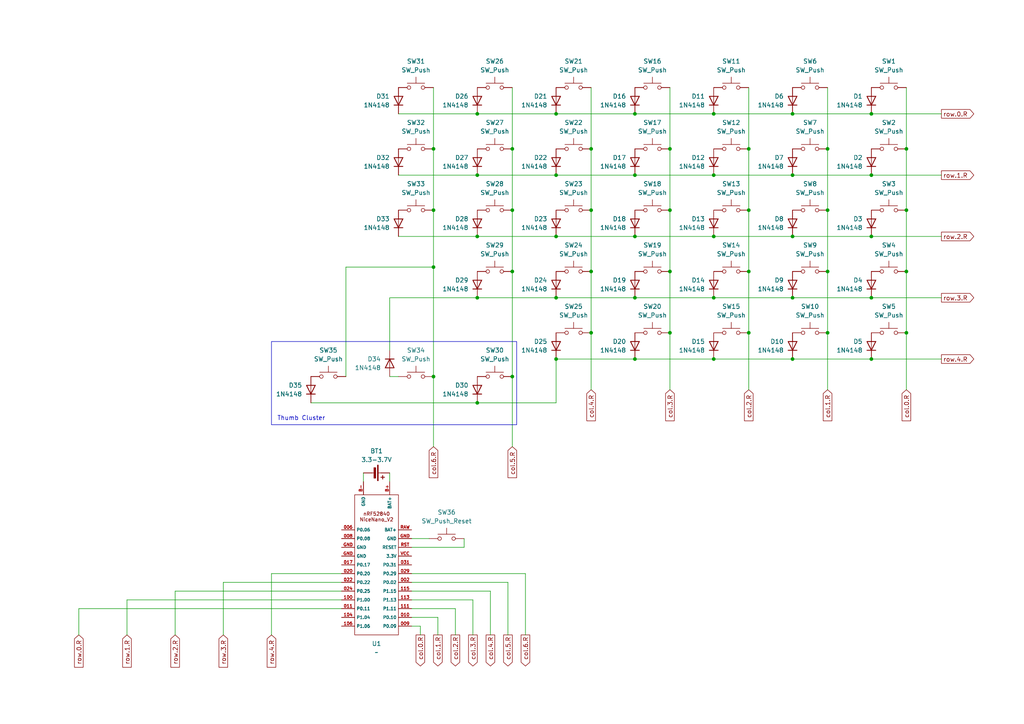
<source format=kicad_sch>
(kicad_sch (version 20250114) (generator "eeschema") (generator_version "9.0")
  (paper "A4")
  (lib_symbols
    (symbol "Device:Battery_Cell" (pin_numbers (hide yes)) (pin_names (offset 0) (hide yes))
      (property "Reference" "BT" (at 2.54 2.54 0))
      (property "Value" "Battery_Cell" (at 2.54 0 0))
      (symbol "Battery_Cell_0_1"
        (rectangle (start -2.286 1.778) (end 2.286 1.524) (fill (type outline)))
        (rectangle (start -1.524 1.016) (end 1.524 0.508) (fill (type outline)))
        (polyline (pts (xy 0 1.778) (xy 0 2.54)))
        (polyline (pts (xy 0 0.762) (xy 0 0)))
        (polyline (pts (xy 0.762 3.048) (xy 1.778 3.048)) (stroke (width 0.254)))
        (polyline (pts (xy 1.27 3.556) (xy 1.27 2.54)) (stroke (width 0.254)))
      )
      (symbol "Battery_Cell_1_1"
        (pin passive line (at 0 5.08 270) (length 2.54) (name "+") (number "1"))
        (pin passive line (at 0 -2.54 90) (length 2.54) (name "-") (number "2"))
      )
    )
    (symbol "Diode:1N4148" (pin_numbers (hide yes)) (pin_names (hide yes))
      (property "Reference" "D" (at 0 2.54 0))
      (property "Value" "1N4148" (at 0 -2.54 0))
      (symbol "1N4148_0_1"
        (polyline (pts (xy -1.27 1.27) (xy -1.27 -1.27)) (stroke (width 0.254)))
        (polyline (pts (xy 1.27 1.27) (xy 1.27 -1.27) (xy -1.27 0) (xy 1.27 1.27)) (stroke (width 0.254)))
        (polyline (pts (xy 1.27 0) (xy -1.27 0)))
      )
      (symbol "1N4148_1_1"
        (pin passive line (at -3.81 0 0) (length 2.54) (name "K") (number "1"))
        (pin passive line (at 3.81 0 180) (length 2.54) (name "A") (number "2"))
      )
    )
    (symbol "NiceNanoV2:NiceNanoV2" (in_bom no) (on_board no)
      (property "Reference" "U1" (at 0 -20.32 0))
      (symbol "NiceNanoV2_0_1"
        (rectangle (start -6.35 22.86) (end 6.35 -17.78))
      )
      (symbol "NiceNanoV2_1_1"
        (text "nRF52840\nNiceNano_V2" (at 0 16.51 0) (effects (font (size 1.016 1.016))))
        (pin bidirectional line (at -10.16 12.7 0) (length 3.81) (name "P0.06") (number "006"))
        (pin bidirectional line (at -10.16 10.16 0) (length 3.81) (name "P0.08") (number "008"))
        (pin power_out line (at -10.16 7.62 0) (length 3.81) (name "GND") (number "GND"))
        (pin power_out line (at -10.16 5.08 0) (length 3.81) (name "GND") (number "GND"))
        (pin bidirectional line (at -10.16 2.54 0) (length 3.81) (name "P0.17") (number "017"))
        (pin bidirectional line (at -10.16 0 0) (length 3.81) (name "P0.20") (number "020"))
        (pin bidirectional line (at -10.16 -2.54 0) (length 3.81) (name "P0.22") (number "022"))
        (pin bidirectional line (at -10.16 -5.08 0) (length 3.81) (name "P0.25") (number "024"))
        (pin bidirectional line (at -10.16 -7.62 0) (length 3.81) (name "P1.00") (number "100"))
        (pin bidirectional line (at -10.16 -10.16 0) (length 3.81) (name "P0.11") (number "011"))
        (pin bidirectional line (at -10.16 -12.7 0) (length 3.81) (name "P1.04") (number "104"))
        (pin bidirectional line (at -10.16 -15.24 0) (length 3.81) (name "P1.06") (number "106"))
        (pin power_out line (at -3.81 26.67 270) (length 3.81) (name "GND") (number "B-"))
        (pin power_in line (at 3.81 26.67 270) (length 3.81) (name "BAT+") (number "B+"))
        (pin power_in line (at 10.16 12.7 180) (length 3.81) (name "BAT+") (number "RAW"))
        (pin power_out line (at 10.16 10.16 180) (length 3.81) (name "GND") (number "GND"))
        (pin input line (at 10.16 7.62 180) (length 3.81) (name "RESET") (number "RST"))
        (pin power_in line (at 10.16 5.08 180) (length 3.81) (name "3.3V") (number "VCC"))
        (pin bidirectional line (at 10.16 2.54 180) (length 3.81) (name "P0.31") (number "031"))
        (pin bidirectional line (at 10.16 0 180) (length 3.81) (name "P0.29") (number "029"))
        (pin bidirectional line (at 10.16 -2.54 180) (length 3.81) (name "P0.02") (number "002"))
        (pin bidirectional line (at 10.16 -5.08 180) (length 3.81) (name "P1.15") (number "115"))
        (pin bidirectional line (at 10.16 -7.62 180) (length 3.81) (name "P1.13") (number "113"))
        (pin bidirectional line (at 10.16 -10.16 180) (length 3.81) (name "P1.11") (number "111"))
        (pin bidirectional line (at 10.16 -12.7 180) (length 3.81) (name "P0.10") (number "010"))
        (pin bidirectional line (at 10.16 -15.24 180) (length 3.81) (name "P0.09") (number "009"))
      )
    )
    (symbol "Switch:SW_Push" (pin_numbers (hide yes)) (pin_names (offset 1.016) (hide yes))
      (property "Reference" "SW" (at 1.27 2.54 0))
      (property "Value" "SW_Push" (at 0 -1.524 0))
      (symbol "SW_Push_0_1"
        (circle (center -2.032 0) (radius 0.508))
        (polyline (pts (xy 0 1.27) (xy 0 3.048)))
        (circle (center 2.032 0) (radius 0.508))
        (polyline (pts (xy 2.54 1.27) (xy -2.54 1.27)))
        (pin passive line (at -5.08 0 0) (length 2.54) (name "1") (number "1"))
        (pin passive line (at 5.08 0 180) (length 2.54) (name "2") (number "2"))
      )
    )
  )
  (rectangle (start 149.86 99.06) (end 78.74 123.19))
  (text "Thumb Cluster" (exclude_from_sim yes) (at 87.376 121.412 0) (effects (font (size 1.27 1.27))))
  (junction (at 148.59 109.22))
  (junction (at 207.01 50.8))
  (junction (at 207.01 33.02))
  (junction (at 138.43 116.84))
  (junction (at 161.29 68.58))
  (junction (at 262.89 43.18))
  (junction (at 240.03 78.74))
  (junction (at 138.43 86.36))
  (junction (at 252.73 104.14))
  (junction (at 184.15 68.58))
  (junction (at 161.29 86.36))
  (junction (at 262.89 96.52))
  (junction (at 207.01 86.36))
  (junction (at 229.87 86.36))
  (junction (at 184.15 86.36))
  (junction (at 229.87 33.02))
  (junction (at 138.43 33.02))
  (junction (at 229.87 104.14))
  (junction (at 125.73 77.47))
  (junction (at 138.43 68.58))
  (junction (at 217.17 43.18))
  (junction (at 217.17 60.96))
  (junction (at 138.43 50.8))
  (junction (at 207.01 104.14))
  (junction (at 148.59 43.18))
  (junction (at 161.29 33.02))
  (junction (at 184.15 50.8))
  (junction (at 262.89 60.96))
  (junction (at 171.45 43.18))
  (junction (at 240.03 43.18))
  (junction (at 171.45 60.96))
  (junction (at 229.87 50.8))
  (junction (at 161.29 50.8))
  (junction (at 240.03 96.52))
  (junction (at 240.03 60.96))
  (junction (at 125.73 109.22))
  (junction (at 252.73 33.02))
  (junction (at 161.29 104.14))
  (junction (at 184.15 104.14))
  (junction (at 229.87 68.58))
  (junction (at 125.73 43.18))
  (junction (at 194.31 96.52))
  (junction (at 194.31 78.74))
  (junction (at 194.31 43.18))
  (junction (at 125.73 60.96))
  (junction (at 252.73 50.8))
  (junction (at 262.89 78.74))
  (junction (at 184.15 33.02))
  (junction (at 194.31 60.96))
  (junction (at 252.73 68.58))
  (junction (at 217.17 96.52))
  (junction (at 217.17 78.74))
  (junction (at 252.73 86.36))
  (junction (at 148.59 78.74))
  (junction (at 148.59 60.96))
  (junction (at 171.45 78.74))
  (junction (at 207.01 68.58))
  (junction (at 171.45 96.52))
  (wire (pts (xy 148.59 109.22) (xy 148.59 129.54)))
  (wire (pts (xy 127 184.15) (xy 127 179.07)))
  (wire (pts (xy 252.73 33.02) (xy 229.87 33.02)))
  (wire (pts (xy 184.15 33.02) (xy 161.29 33.02)))
  (wire (pts (xy 50.8 171.45) (xy 99.06 171.45)))
  (wire (pts (xy 240.03 78.74) (xy 240.03 96.52)))
  (wire (pts (xy 229.87 68.58) (xy 207.01 68.58)))
  (wire (pts (xy 273.05 50.8) (xy 252.73 50.8)))
  (wire (pts (xy 171.45 25.4) (xy 171.45 43.18)))
  (wire (pts (xy 217.17 96.52) (xy 217.17 113.03)))
  (wire (pts (xy 240.03 96.52) (xy 240.03 113.03)))
  (wire (pts (xy 134.62 156.21) (xy 134.62 158.75)))
  (wire (pts (xy 161.29 104.14) (xy 161.29 116.84)))
  (wire (pts (xy 152.4 166.37) (xy 152.4 184.15)))
  (wire (pts (xy 78.74 166.37) (xy 99.06 166.37)))
  (wire (pts (xy 262.89 25.4) (xy 262.89 43.18)))
  (wire (pts (xy 161.29 50.8) (xy 138.43 50.8)))
  (wire (pts (xy 273.05 104.14) (xy 252.73 104.14)))
  (wire (pts (xy 132.08 184.15) (xy 132.08 176.53)))
  (wire (pts (xy 138.43 116.84) (xy 90.17 116.84)))
  (wire (pts (xy 207.01 33.02) (xy 184.15 33.02)))
  (wire (pts (xy 147.32 168.91) (xy 119.38 168.91)))
  (wire (pts (xy 113.03 137.16) (xy 113.03 139.7)))
  (wire (pts (xy 152.4 166.37) (xy 119.38 166.37)))
  (wire (pts (xy 124.46 156.21) (xy 119.38 156.21)))
  (wire (pts (xy 217.17 78.74) (xy 217.17 96.52)))
  (wire (pts (xy 113.03 86.36) (xy 113.03 101.6)))
  (wire (pts (xy 240.03 60.96) (xy 240.03 78.74)))
  (wire (pts (xy 148.59 25.4) (xy 148.59 43.18)))
  (wire (pts (xy 125.73 109.22) (xy 125.73 129.54)))
  (wire (pts (xy 184.15 68.58) (xy 161.29 68.58)))
  (wire (pts (xy 148.59 78.74) (xy 148.59 109.22)))
  (wire (pts (xy 115.57 109.22) (xy 113.03 109.22)))
  (wire (pts (xy 22.86 176.53) (xy 99.06 176.53)))
  (wire (pts (xy 207.01 68.58) (xy 184.15 68.58)))
  (wire (pts (xy 217.17 43.18) (xy 217.17 60.96)))
  (wire (pts (xy 194.31 25.4) (xy 194.31 43.18)))
  (wire (pts (xy 142.24 171.45) (xy 119.38 171.45)))
  (wire (pts (xy 105.41 137.16) (xy 105.41 139.7)))
  (wire (pts (xy 161.29 33.02) (xy 138.43 33.02)))
  (wire (pts (xy 184.15 86.36) (xy 161.29 86.36)))
  (wire (pts (xy 125.73 25.4) (xy 125.73 43.18)))
  (wire (pts (xy 64.77 168.91) (xy 64.77 184.15)))
  (wire (pts (xy 36.83 173.99) (xy 99.06 173.99)))
  (wire (pts (xy 125.73 77.47) (xy 125.73 109.22)))
  (wire (pts (xy 161.29 68.58) (xy 138.43 68.58)))
  (wire (pts (xy 184.15 104.14) (xy 161.29 104.14)))
  (wire (pts (xy 171.45 96.52) (xy 171.45 113.03)))
  (wire (pts (xy 100.33 77.47) (xy 100.33 109.22)))
  (wire (pts (xy 217.17 25.4) (xy 217.17 43.18)))
  (wire (pts (xy 125.73 43.18) (xy 125.73 60.96)))
  (wire (pts (xy 121.92 184.15) (xy 121.92 181.61)))
  (wire (pts (xy 147.32 184.15) (xy 147.32 168.91)))
  (wire (pts (xy 229.87 86.36) (xy 207.01 86.36)))
  (wire (pts (xy 229.87 104.14) (xy 207.01 104.14)))
  (wire (pts (xy 229.87 50.8) (xy 207.01 50.8)))
  (wire (pts (xy 273.05 33.02) (xy 252.73 33.02)))
  (wire (pts (xy 262.89 96.52) (xy 262.89 113.03)))
  (wire (pts (xy 64.77 168.91) (xy 99.06 168.91)))
  (wire (pts (xy 252.73 86.36) (xy 229.87 86.36)))
  (wire (pts (xy 161.29 86.36) (xy 138.43 86.36)))
  (wire (pts (xy 50.8 171.45) (xy 50.8 184.15)))
  (wire (pts (xy 171.45 43.18) (xy 171.45 60.96)))
  (wire (pts (xy 240.03 25.4) (xy 240.03 43.18)))
  (wire (pts (xy 184.15 50.8) (xy 161.29 50.8)))
  (wire (pts (xy 252.73 68.58) (xy 229.87 68.58)))
  (wire (pts (xy 240.03 43.18) (xy 240.03 60.96)))
  (wire (pts (xy 171.45 60.96) (xy 171.45 78.74)))
  (wire (pts (xy 207.01 86.36) (xy 184.15 86.36)))
  (wire (pts (xy 138.43 33.02) (xy 115.57 33.02)))
  (wire (pts (xy 194.31 96.52) (xy 194.31 113.03)))
  (wire (pts (xy 207.01 50.8) (xy 184.15 50.8)))
  (wire (pts (xy 137.16 173.99) (xy 119.38 173.99)))
  (wire (pts (xy 125.73 77.47) (xy 100.33 77.47)))
  (wire (pts (xy 262.89 60.96) (xy 262.89 78.74)))
  (wire (pts (xy 262.89 78.74) (xy 262.89 96.52)))
  (wire (pts (xy 138.43 68.58) (xy 115.57 68.58)))
  (wire (pts (xy 252.73 50.8) (xy 229.87 50.8)))
  (wire (pts (xy 148.59 60.96) (xy 148.59 78.74)))
  (wire (pts (xy 262.89 43.18) (xy 262.89 60.96)))
  (wire (pts (xy 194.31 60.96) (xy 194.31 78.74)))
  (wire (pts (xy 125.73 60.96) (xy 125.73 77.47)))
  (wire (pts (xy 217.17 60.96) (xy 217.17 78.74)))
  (wire (pts (xy 132.08 176.53) (xy 119.38 176.53)))
  (wire (pts (xy 194.31 43.18) (xy 194.31 60.96)))
  (wire (pts (xy 171.45 78.74) (xy 171.45 96.52)))
  (wire (pts (xy 194.31 78.74) (xy 194.31 96.52)))
  (wire (pts (xy 36.83 173.99) (xy 36.83 184.15)))
  (wire (pts (xy 273.05 68.58) (xy 252.73 68.58)))
  (wire (pts (xy 148.59 43.18) (xy 148.59 60.96)))
  (wire (pts (xy 161.29 116.84) (xy 138.43 116.84)))
  (wire (pts (xy 22.86 176.53) (xy 22.86 184.15)))
  (wire (pts (xy 137.16 184.15) (xy 137.16 173.99)))
  (wire (pts (xy 138.43 86.36) (xy 113.03 86.36)))
  (wire (pts (xy 121.92 181.61) (xy 119.38 181.61)))
  (wire (pts (xy 273.05 86.36) (xy 252.73 86.36)))
  (wire (pts (xy 138.43 50.8) (xy 115.57 50.8)))
  (wire (pts (xy 127 179.07) (xy 119.38 179.07)))
  (wire (pts (xy 78.74 166.37) (xy 78.74 184.15)))
  (wire (pts (xy 142.24 184.15) (xy 142.24 171.45)))
  (wire (pts (xy 229.87 33.02) (xy 207.01 33.02)))
  (wire (pts (xy 252.73 104.14) (xy 229.87 104.14)))
  (wire (pts (xy 119.38 158.75) (xy 134.62 158.75)))
  (wire (pts (xy 207.01 104.14) (xy 184.15 104.14)))
  (global_label "col.2.R" (shape input) (at 217.17 113.03 270) (property "Intersheetrefs" "${INTERSHEET_REFS}" (effects (hide yes))))
  (global_label "col.2.R" (shape output) (at 132.08 184.15 270) (property "Intersheetrefs" "${INTERSHEET_REFS}" (effects (hide yes))))
  (global_label "row.3.R" (shape output) (at 273.05 86.36 0) (property "Intersheetrefs" "${INTERSHEET_REFS}" (effects (hide yes))))
  (global_label "row.0.R" (shape input) (at 22.86 184.15 270) (property "Intersheetrefs" "${INTERSHEET_REFS}" (effects (hide yes))))
  (global_label "col.3.R" (shape input) (at 194.31 113.03 270) (property "Intersheetrefs" "${INTERSHEET_REFS}" (effects (hide yes))))
  (global_label "col.4.R" (shape input) (at 171.45 113.03 270) (property "Intersheetrefs" "${INTERSHEET_REFS}" (effects (hide yes))))
  (global_label "row.1.R" (shape input) (at 36.83 184.15 270) (property "Intersheetrefs" "${INTERSHEET_REFS}" (effects (hide yes))))
  (global_label "row.3.R" (shape input) (at 64.77 184.15 270) (property "Intersheetrefs" "${INTERSHEET_REFS}" (effects (hide yes))))
  (global_label "row.2.R" (shape output) (at 273.05 68.58 0) (property "Intersheetrefs" "${INTERSHEET_REFS}" (effects (hide yes))))
  (global_label "col.5.R" (shape output) (at 147.32 184.15 270) (property "Intersheetrefs" "${INTERSHEET_REFS}" (effects (hide yes))))
  (global_label "row.0.R" (shape output) (at 273.05 33.02 0) (property "Intersheetrefs" "${INTERSHEET_REFS}" (effects (hide yes))))
  (global_label "col.4.R" (shape output) (at 142.24 184.15 270) (property "Intersheetrefs" "${INTERSHEET_REFS}" (effects (hide yes))))
  (global_label "col.0.R" (shape input) (at 262.89 113.03 270) (property "Intersheetrefs" "${INTERSHEET_REFS}" (effects (hide yes))))
  (global_label "row.1.R" (shape output) (at 273.05 50.8 0) (property "Intersheetrefs" "${INTERSHEET_REFS}" (effects (hide yes))))
  (global_label "col.0.R" (shape output) (at 121.92 184.15 270) (property "Intersheetrefs" "${INTERSHEET_REFS}" (effects (hide yes))))
  (global_label "row.2.R" (shape input) (at 50.8 184.15 270) (property "Intersheetrefs" "${INTERSHEET_REFS}" (effects (hide yes))))
  (global_label "row.4.R" (shape input) (at 78.74 184.15 270) (property "Intersheetrefs" "${INTERSHEET_REFS}" (effects (hide yes))))
  (global_label "col.1.R" (shape output) (at 127 184.15 270) (property "Intersheetrefs" "${INTERSHEET_REFS}" (effects (hide yes))))
  (global_label "col.3.R" (shape output) (at 137.16 184.15 270) (property "Intersheetrefs" "${INTERSHEET_REFS}" (effects (hide yes))))
  (global_label "col.6.R" (shape input) (at 125.73 129.54 270) (property "Intersheetrefs" "${INTERSHEET_REFS}" (effects (hide yes))))
  (global_label "col.5.R" (shape input) (at 148.59 129.54 270) (property "Intersheetrefs" "${INTERSHEET_REFS}" (effects (hide yes))))
  (global_label "row.4.R" (shape output) (at 273.05 104.14 0) (property "Intersheetrefs" "${INTERSHEET_REFS}" (effects (hide yes))))
  (global_label "col.1.R" (shape input) (at 240.03 113.03 270) (property "Intersheetrefs" "${INTERSHEET_REFS}" (effects (hide yes))))
  (global_label "col.6.R" (shape output) (at 152.4 184.15 270) (property "Intersheetrefs" "${INTERSHEET_REFS}" (effects (hide yes))))
  (symbol (lib_id "Switch:SW_Push") (at 120.65 60.96 0) (mirror y) (unit 1)
    (property "Reference" "SW33" (at 120.65 53.34 0))
    (property "Value" "SW_Push" (at 120.65 55.88 0))
    (property "Footprint" "Button_Switch_Keyboard:SW_Cherry_MX_1.00u_PCB" (effects (hide yes)))
    (property "Description" "Push button switch, generic, two pins" (effects (hide yes)))
  )
  (symbol (lib_id "Switch:SW_Push") (at 257.81 60.96 0) (mirror y) (unit 1)
    (property "Reference" "SW3" (at 257.81 53.34 0))
    (property "Value" "SW_Push" (at 257.81 55.88 0))
    (property "Footprint" "Button_Switch_Keyboard:SW_Cherry_MX_1.00u_PCB" (effects (hide yes)))
    (property "Description" "Push button switch, generic, two pins" (effects (hide yes)))
  )
  (symbol (lib_id "Diode:1N4148") (at 138.43 82.55 270) (mirror x) (unit 1)
    (property "Reference" "D29" (at 135.89 81.2799 90) (effects (justify right)))
    (property "Value" "1N4148" (at 135.89 83.8199 90) (effects (justify right)))
    (property "Footprint" "Diode_SMD:D_1206_3216Metric" (effects (hide yes)))
    (property "Datasheet" "https://assets.nexperia.com/documents/data-sheet/1N4148_1N4448.pdf" (effects (hide yes)))
    (property "Description" "100V 0.15A standard switching diode, DO-35" (effects (hide yes)))
    (property "Sim.Device" "D" (effects (hide yes)))
    (property "Sim.Pins" "1=K 2=A" (effects (hide yes)))
  )
  (symbol (lib_id "Diode:1N4148") (at 207.01 100.33 270) (mirror x) (unit 1)
    (property "Reference" "D15" (at 204.47 99.0599 90) (effects (justify right)))
    (property "Value" "1N4148" (at 204.47 101.5999 90) (effects (justify right)))
    (property "Footprint" "Diode_SMD:D_1206_3216Metric" (effects (hide yes)))
    (property "Datasheet" "https://assets.nexperia.com/documents/data-sheet/1N4148_1N4448.pdf" (effects (hide yes)))
    (property "Description" "100V 0.15A standard switching diode, DO-35" (effects (hide yes)))
    (property "Sim.Device" "D" (effects (hide yes)))
    (property "Sim.Pins" "1=K 2=A" (effects (hide yes)))
  )
  (symbol (lib_id "Diode:1N4148") (at 138.43 64.77 270) (mirror x) (unit 1)
    (property "Reference" "D28" (at 135.89 63.4999 90) (effects (justify right)))
    (property "Value" "1N4148" (at 135.89 66.0399 90) (effects (justify right)))
    (property "Footprint" "Diode_SMD:D_1206_3216Metric" (effects (hide yes)))
    (property "Datasheet" "https://assets.nexperia.com/documents/data-sheet/1N4148_1N4448.pdf" (effects (hide yes)))
    (property "Description" "100V 0.15A standard switching diode, DO-35" (effects (hide yes)))
    (property "Sim.Device" "D" (effects (hide yes)))
    (property "Sim.Pins" "1=K 2=A" (effects (hide yes)))
  )
  (symbol (lib_id "Switch:SW_Push") (at 212.09 60.96 0) (mirror y) (unit 1)
    (property "Reference" "SW13" (at 212.09 53.34 0))
    (property "Value" "SW_Push" (at 212.09 55.88 0))
    (property "Footprint" "Button_Switch_Keyboard:SW_Cherry_MX_1.00u_PCB" (effects (hide yes)))
    (property "Description" "Push button switch, generic, two pins" (effects (hide yes)))
  )
  (symbol (lib_id "Diode:1N4148") (at 138.43 46.99 270) (mirror x) (unit 1)
    (property "Reference" "D27" (at 135.89 45.7199 90) (effects (justify right)))
    (property "Value" "1N4148" (at 135.89 48.2599 90) (effects (justify right)))
    (property "Footprint" "Diode_SMD:D_1206_3216Metric" (effects (hide yes)))
    (property "Datasheet" "https://assets.nexperia.com/documents/data-sheet/1N4148_1N4448.pdf" (effects (hide yes)))
    (property "Description" "100V 0.15A standard switching diode, DO-35" (effects (hide yes)))
    (property "Sim.Device" "D" (effects (hide yes)))
    (property "Sim.Pins" "1=K 2=A" (effects (hide yes)))
  )
  (symbol (lib_id "Switch:SW_Push") (at 189.23 60.96 0) (mirror y) (unit 1)
    (property "Reference" "SW18" (at 189.23 53.34 0))
    (property "Value" "SW_Push" (at 189.23 55.88 0))
    (property "Footprint" "Button_Switch_Keyboard:SW_Cherry_MX_1.00u_PCB" (effects (hide yes)))
    (property "Description" "Push button switch, generic, two pins" (effects (hide yes)))
  )
  (symbol (lib_id "Diode:1N4148") (at 229.87 29.21 270) (mirror x) (unit 1)
    (property "Reference" "D6" (at 227.33 27.9399 90) (effects (justify right)))
    (property "Value" "1N4148" (at 227.33 30.4799 90) (effects (justify right)))
    (property "Footprint" "Diode_SMD:D_1206_3216Metric" (effects (hide yes)))
    (property "Datasheet" "https://assets.nexperia.com/documents/data-sheet/1N4148_1N4448.pdf" (effects (hide yes)))
    (property "Description" "100V 0.15A standard switching diode, DO-35" (effects (hide yes)))
    (property "Sim.Device" "D" (effects (hide yes)))
    (property "Sim.Pins" "1=K 2=A" (effects (hide yes)))
  )
  (symbol (lib_id "Diode:1N4148") (at 161.29 46.99 270) (mirror x) (unit 1)
    (property "Reference" "D22" (at 158.75 45.7199 90) (effects (justify right)))
    (property "Value" "1N4148" (at 158.75 48.2599 90) (effects (justify right)))
    (property "Footprint" "Diode_SMD:D_1206_3216Metric" (effects (hide yes)))
    (property "Datasheet" "https://assets.nexperia.com/documents/data-sheet/1N4148_1N4448.pdf" (effects (hide yes)))
    (property "Description" "100V 0.15A standard switching diode, DO-35" (effects (hide yes)))
    (property "Sim.Device" "D" (effects (hide yes)))
    (property "Sim.Pins" "1=K 2=A" (effects (hide yes)))
  )
  (symbol (lib_id "Switch:SW_Push") (at 166.37 96.52 0) (mirror y) (unit 1)
    (property "Reference" "SW25" (at 166.37 88.9 0))
    (property "Value" "SW_Push" (at 166.37 91.44 0))
    (property "Footprint" "Button_Switch_Keyboard:SW_Cherry_MX_1.00u_PCB" (effects (hide yes)))
    (property "Description" "Push button switch, generic, two pins" (effects (hide yes)))
  )
  (symbol (lib_id "Switch:SW_Push") (at 189.23 43.18 0) (mirror y) (unit 1)
    (property "Reference" "SW17" (at 189.23 35.56 0))
    (property "Value" "SW_Push" (at 189.23 38.1 0))
    (property "Footprint" "Button_Switch_Keyboard:SW_Cherry_MX_1.00u_PCB" (effects (hide yes)))
    (property "Description" "Push button switch, generic, two pins" (effects (hide yes)))
  )
  (symbol (lib_id "Diode:1N4148") (at 184.15 64.77 270) (mirror x) (unit 1)
    (property "Reference" "D18" (at 181.61 63.4999 90) (effects (justify right)))
    (property "Value" "1N4148" (at 181.61 66.0399 90) (effects (justify right)))
    (property "Footprint" "Diode_SMD:D_1206_3216Metric" (effects (hide yes)))
    (property "Datasheet" "https://assets.nexperia.com/documents/data-sheet/1N4148_1N4448.pdf" (effects (hide yes)))
    (property "Description" "100V 0.15A standard switching diode, DO-35" (effects (hide yes)))
    (property "Sim.Device" "D" (effects (hide yes)))
    (property "Sim.Pins" "1=K 2=A" (effects (hide yes)))
  )
  (symbol (lib_id "Switch:SW_Push") (at 257.81 25.4 0) (mirror y) (unit 1)
    (property "Reference" "SW1" (at 257.81 17.78 0))
    (property "Value" "SW_Push" (at 257.81 20.32 0))
    (property "Footprint" "Button_Switch_Keyboard:SW_Cherry_MX_1.00u_PCB" (effects (hide yes)))
    (property "Description" "Push button switch, generic, two pins" (effects (hide yes)))
  )
  (symbol (lib_id "Diode:1N4148") (at 90.17 113.03 270) (mirror x) (unit 1)
    (property "Reference" "D35" (at 87.63 111.7599 90) (effects (justify right)))
    (property "Value" "1N4148" (at 87.63 114.2999 90) (effects (justify right)))
    (property "Footprint" "Diode_SMD:D_1206_3216Metric" (effects (hide yes)))
    (property "Datasheet" "https://assets.nexperia.com/documents/data-sheet/1N4148_1N4448.pdf" (effects (hide yes)))
    (property "Description" "100V 0.15A standard switching diode, DO-35" (effects (hide yes)))
    (property "Sim.Device" "D" (effects (hide yes)))
    (property "Sim.Pins" "1=K 2=A" (effects (hide yes)))
  )
  (symbol (lib_id "Switch:SW_Push") (at 234.95 78.74 0) (mirror y) (unit 1)
    (property "Reference" "SW9" (at 234.95 71.12 0))
    (property "Value" "SW_Push" (at 234.95 73.66 0))
    (property "Footprint" "Button_Switch_Keyboard:SW_Cherry_MX_1.00u_PCB" (effects (hide yes)))
    (property "Description" "Push button switch, generic, two pins" (effects (hide yes)))
  )
  (symbol (lib_id "Switch:SW_Push") (at 129.54 156.21 0) (unit 1)
    (property "Reference" "SW36" (at 129.54 148.59 0))
    (property "Value" "SW_Push_Reset" (at 129.54 151.13 0))
    (property "Footprint" "Button_Switch_SMD:SW_SPST_B3U-1000P" (effects (hide yes)))
    (property "Description" "Push button switch, generic, two pins" (effects (hide yes)))
  )
  (symbol (lib_id "Diode:1N4148") (at 207.01 64.77 270) (mirror x) (unit 1)
    (property "Reference" "D13" (at 204.47 63.4999 90) (effects (justify right)))
    (property "Value" "1N4148" (at 204.47 66.0399 90) (effects (justify right)))
    (property "Footprint" "Diode_SMD:D_1206_3216Metric" (effects (hide yes)))
    (property "Datasheet" "https://assets.nexperia.com/documents/data-sheet/1N4148_1N4448.pdf" (effects (hide yes)))
    (property "Description" "100V 0.15A standard switching diode, DO-35" (effects (hide yes)))
    (property "Sim.Device" "D" (effects (hide yes)))
    (property "Sim.Pins" "1=K 2=A" (effects (hide yes)))
  )
  (symbol (lib_id "Diode:1N4148") (at 161.29 82.55 270) (mirror x) (unit 1)
    (property "Reference" "D24" (at 158.75 81.2799 90) (effects (justify right)))
    (property "Value" "1N4148" (at 158.75 83.8199 90) (effects (justify right)))
    (property "Footprint" "Diode_SMD:D_1206_3216Metric" (effects (hide yes)))
    (property "Datasheet" "https://assets.nexperia.com/documents/data-sheet/1N4148_1N4448.pdf" (effects (hide yes)))
    (property "Description" "100V 0.15A standard switching diode, DO-35" (effects (hide yes)))
    (property "Sim.Device" "D" (effects (hide yes)))
    (property "Sim.Pins" "1=K 2=A" (effects (hide yes)))
  )
  (symbol (lib_id "Diode:1N4148") (at 229.87 64.77 270) (mirror x) (unit 1)
    (property "Reference" "D8" (at 227.33 63.4999 90) (effects (justify right)))
    (property "Value" "1N4148" (at 227.33 66.0399 90) (effects (justify right)))
    (property "Footprint" "Diode_SMD:D_1206_3216Metric" (effects (hide yes)))
    (property "Datasheet" "https://assets.nexperia.com/documents/data-sheet/1N4148_1N4448.pdf" (effects (hide yes)))
    (property "Description" "100V 0.15A standard switching diode, DO-35" (effects (hide yes)))
    (property "Sim.Device" "D" (effects (hide yes)))
    (property "Sim.Pins" "1=K 2=A" (effects (hide yes)))
  )
  (symbol (lib_id "Diode:1N4148") (at 113.03 105.41 90) (mirror x) (unit 1)
    (property "Reference" "D34" (at 110.49 104.1399 90) (effects (justify left)))
    (property "Value" "1N4148" (at 110.49 106.6799 90) (effects (justify left)))
    (property "Footprint" "Diode_SMD:D_1206_3216Metric" (effects (hide yes)))
    (property "Datasheet" "https://assets.nexperia.com/documents/data-sheet/1N4148_1N4448.pdf" (effects (hide yes)))
    (property "Description" "100V 0.15A standard switching diode, DO-35" (effects (hide yes)))
    (property "Sim.Device" "D" (effects (hide yes)))
    (property "Sim.Pins" "1=K 2=A" (effects (hide yes)))
  )
  (symbol (lib_id "Switch:SW_Push") (at 189.23 25.4 0) (mirror y) (unit 1)
    (property "Reference" "SW16" (at 189.23 17.78 0))
    (property "Value" "SW_Push" (at 189.23 20.32 0))
    (property "Footprint" "Button_Switch_Keyboard:SW_Cherry_MX_1.00u_PCB" (effects (hide yes)))
    (property "Description" "Push button switch, generic, two pins" (effects (hide yes)))
  )
  (symbol (lib_id "Switch:SW_Push") (at 120.65 43.18 0) (mirror y) (unit 1)
    (property "Reference" "SW32" (at 120.65 35.56 0))
    (property "Value" "SW_Push" (at 120.65 38.1 0))
    (property "Footprint" "Button_Switch_Keyboard:SW_Cherry_MX_1.00u_PCB" (effects (hide yes)))
    (property "Description" "Push button switch, generic, two pins" (effects (hide yes)))
  )
  (symbol (lib_id "Diode:1N4148") (at 184.15 29.21 270) (mirror x) (unit 1)
    (property "Reference" "D16" (at 181.61 27.9399 90) (effects (justify right)))
    (property "Value" "1N4148" (at 181.61 30.4799 90) (effects (justify right)))
    (property "Footprint" "Diode_SMD:D_1206_3216Metric" (effects (hide yes)))
    (property "Datasheet" "https://assets.nexperia.com/documents/data-sheet/1N4148_1N4448.pdf" (effects (hide yes)))
    (property "Description" "100V 0.15A standard switching diode, DO-35" (effects (hide yes)))
    (property "Sim.Device" "D" (effects (hide yes)))
    (property "Sim.Pins" "1=K 2=A" (effects (hide yes)))
  )
  (symbol (lib_id "Diode:1N4148") (at 252.73 29.21 270) (mirror x) (unit 1)
    (property "Reference" "D1" (at 250.19 27.9399 90) (effects (justify right)))
    (property "Value" "1N4148" (at 250.19 30.4799 90) (effects (justify right)))
    (property "Footprint" "Diode_SMD:D_1206_3216Metric" (effects (hide yes)))
    (property "Datasheet" "https://assets.nexperia.com/documents/data-sheet/1N4148_1N4448.pdf" (effects (hide yes)))
    (property "Description" "100V 0.15A standard switching diode, DO-35" (effects (hide yes)))
    (property "Sim.Device" "D" (effects (hide yes)))
    (property "Sim.Pins" "1=K 2=A" (effects (hide yes)))
  )
  (symbol (lib_id "Diode:1N4148") (at 252.73 100.33 270) (mirror x) (unit 1)
    (property "Reference" "D5" (at 250.19 99.0599 90) (effects (justify right)))
    (property "Value" "1N4148" (at 250.19 101.5999 90) (effects (justify right)))
    (property "Footprint" "Diode_SMD:D_1206_3216Metric" (effects (hide yes)))
    (property "Datasheet" "https://assets.nexperia.com/documents/data-sheet/1N4148_1N4448.pdf" (effects (hide yes)))
    (property "Description" "100V 0.15A standard switching diode, DO-35" (effects (hide yes)))
    (property "Sim.Device" "D" (effects (hide yes)))
    (property "Sim.Pins" "1=K 2=A" (effects (hide yes)))
  )
  (symbol (lib_id "Switch:SW_Push") (at 143.51 109.22 0) (mirror y) (unit 1)
    (property "Reference" "SW30" (at 143.51 101.6 0))
    (property "Value" "SW_Push" (at 143.51 104.14 0))
    (property "Footprint" "Button_Switch_Keyboard:SW_Cherry_MX_1.00u_PCB" (effects (hide yes)))
    (property "Description" "Push button switch, generic, two pins" (effects (hide yes)))
  )
  (symbol (lib_id "Switch:SW_Push") (at 143.51 78.74 0) (mirror y) (unit 1)
    (property "Reference" "SW29" (at 143.51 71.12 0))
    (property "Value" "SW_Push" (at 143.51 73.66 0))
    (property "Footprint" "Button_Switch_Keyboard:SW_Cherry_MX_1.00u_PCB" (effects (hide yes)))
    (property "Description" "Push button switch, generic, two pins" (effects (hide yes)))
  )
  (symbol (lib_id "Switch:SW_Push") (at 166.37 25.4 0) (mirror y) (unit 1)
    (property "Reference" "SW21" (at 166.37 17.78 0))
    (property "Value" "SW_Push" (at 166.37 20.32 0))
    (property "Footprint" "Button_Switch_Keyboard:SW_Cherry_MX_1.00u_PCB" (effects (hide yes)))
    (property "Description" "Push button switch, generic, two pins" (effects (hide yes)))
  )
  (symbol (lib_id "Switch:SW_Push") (at 189.23 96.52 0) (mirror y) (unit 1)
    (property "Reference" "SW20" (at 189.23 88.9 0))
    (property "Value" "SW_Push" (at 189.23 91.44 0))
    (property "Footprint" "Button_Switch_Keyboard:SW_Cherry_MX_1.00u_PCB" (effects (hide yes)))
    (property "Description" "Push button switch, generic, two pins" (effects (hide yes)))
  )
  (symbol (lib_id "Diode:1N4148") (at 207.01 46.99 270) (mirror x) (unit 1)
    (property "Reference" "D12" (at 204.47 45.7199 90) (effects (justify right)))
    (property "Value" "1N4148" (at 204.47 48.2599 90) (effects (justify right)))
    (property "Footprint" "Diode_SMD:D_1206_3216Metric" (effects (hide yes)))
    (property "Datasheet" "https://assets.nexperia.com/documents/data-sheet/1N4148_1N4448.pdf" (effects (hide yes)))
    (property "Description" "100V 0.15A standard switching diode, DO-35" (effects (hide yes)))
    (property "Sim.Device" "D" (effects (hide yes)))
    (property "Sim.Pins" "1=K 2=A" (effects (hide yes)))
  )
  (symbol (lib_id "Switch:SW_Push") (at 212.09 25.4 0) (mirror y) (unit 1)
    (property "Reference" "SW11" (at 212.09 17.78 0))
    (property "Value" "SW_Push" (at 212.09 20.32 0))
    (property "Footprint" "Button_Switch_Keyboard:SW_Cherry_MX_1.00u_PCB" (effects (hide yes)))
    (property "Description" "Push button switch, generic, two pins" (effects (hide yes)))
  )
  (symbol (lib_id "NiceNanoV2:NiceNanoV2") (at 109.22 166.37 0) (unit 1) (in_bom no) (on_board no)
    (property "Reference" "U1" (at 109.22 186.69 0))
    (property "Value" "~" (at 109.22 189.23 0))
  )
  (symbol (lib_id "Switch:SW_Push") (at 143.51 60.96 0) (mirror y) (unit 1)
    (property "Reference" "SW28" (at 143.51 53.34 0))
    (property "Value" "SW_Push" (at 143.51 55.88 0))
    (property "Footprint" "Button_Switch_Keyboard:SW_Cherry_MX_1.00u_PCB" (effects (hide yes)))
    (property "Description" "Push button switch, generic, two pins" (effects (hide yes)))
  )
  (symbol (lib_id "Switch:SW_Push") (at 212.09 43.18 0) (mirror y) (unit 1)
    (property "Reference" "SW12" (at 212.09 35.56 0))
    (property "Value" "SW_Push" (at 212.09 38.1 0))
    (property "Footprint" "Button_Switch_Keyboard:SW_Cherry_MX_1.00u_PCB" (effects (hide yes)))
    (property "Description" "Push button switch, generic, two pins" (effects (hide yes)))
  )
  (symbol (lib_id "Diode:1N4148") (at 161.29 64.77 270) (mirror x) (unit 1)
    (property "Reference" "D23" (at 158.75 63.4999 90) (effects (justify right)))
    (property "Value" "1N4148" (at 158.75 66.0399 90) (effects (justify right)))
    (property "Footprint" "Diode_SMD:D_1206_3216Metric" (effects (hide yes)))
    (property "Datasheet" "https://assets.nexperia.com/documents/data-sheet/1N4148_1N4448.pdf" (effects (hide yes)))
    (property "Description" "100V 0.15A standard switching diode, DO-35" (effects (hide yes)))
    (property "Sim.Device" "D" (effects (hide yes)))
    (property "Sim.Pins" "1=K 2=A" (effects (hide yes)))
  )
  (symbol (lib_id "Diode:1N4148") (at 207.01 29.21 270) (mirror x) (unit 1)
    (property "Reference" "D11" (at 204.47 27.9399 90) (effects (justify right)))
    (property "Value" "1N4148" (at 204.47 30.4799 90) (effects (justify right)))
    (property "Footprint" "Diode_SMD:D_1206_3216Metric" (effects (hide yes)))
    (property "Datasheet" "https://assets.nexperia.com/documents/data-sheet/1N4148_1N4448.pdf" (effects (hide yes)))
    (property "Description" "100V 0.15A standard switching diode, DO-35" (effects (hide yes)))
    (property "Sim.Device" "D" (effects (hide yes)))
    (property "Sim.Pins" "1=K 2=A" (effects (hide yes)))
  )
  (symbol (lib_id "Diode:1N4148") (at 161.29 29.21 270) (mirror x) (unit 1)
    (property "Reference" "D21" (at 158.75 27.9399 90) (effects (justify right)))
    (property "Value" "1N4148" (at 158.75 30.4799 90) (effects (justify right)))
    (property "Footprint" "Diode_SMD:D_1206_3216Metric" (effects (hide yes)))
    (property "Datasheet" "https://assets.nexperia.com/documents/data-sheet/1N4148_1N4448.pdf" (effects (hide yes)))
    (property "Description" "100V 0.15A standard switching diode, DO-35" (effects (hide yes)))
    (property "Sim.Device" "D" (effects (hide yes)))
    (property "Sim.Pins" "1=K 2=A" (effects (hide yes)))
  )
  (symbol (lib_id "Diode:1N4148") (at 184.15 100.33 270) (mirror x) (unit 1)
    (property "Reference" "D20" (at 181.61 99.0599 90) (effects (justify right)))
    (property "Value" "1N4148" (at 181.61 101.5999 90) (effects (justify right)))
    (property "Footprint" "Diode_SMD:D_1206_3216Metric" (effects (hide yes)))
    (property "Datasheet" "https://assets.nexperia.com/documents/data-sheet/1N4148_1N4448.pdf" (effects (hide yes)))
    (property "Description" "100V 0.15A standard switching diode, DO-35" (effects (hide yes)))
    (property "Sim.Device" "D" (effects (hide yes)))
    (property "Sim.Pins" "1=K 2=A" (effects (hide yes)))
  )
  (symbol (lib_id "Switch:SW_Push") (at 212.09 78.74 0) (mirror y) (unit 1)
    (property "Reference" "SW14" (at 212.09 71.12 0))
    (property "Value" "SW_Push" (at 212.09 73.66 0))
    (property "Footprint" "Button_Switch_Keyboard:SW_Cherry_MX_1.00u_PCB" (effects (hide yes)))
    (property "Description" "Push button switch, generic, two pins" (effects (hide yes)))
  )
  (symbol (lib_id "Switch:SW_Push") (at 257.81 43.18 0) (mirror y) (unit 1)
    (property "Reference" "SW2" (at 257.81 35.56 0))
    (property "Value" "SW_Push" (at 257.81 38.1 0))
    (property "Footprint" "Button_Switch_Keyboard:SW_Cherry_MX_1.00u_PCB" (effects (hide yes)))
    (property "Description" "Push button switch, generic, two pins" (effects (hide yes)))
  )
  (symbol (lib_id "Switch:SW_Push") (at 143.51 25.4 0) (mirror y) (unit 1)
    (property "Reference" "SW26" (at 143.51 17.78 0))
    (property "Value" "SW_Push" (at 143.51 20.32 0))
    (property "Footprint" "Button_Switch_Keyboard:SW_Cherry_MX_1.00u_PCB" (effects (hide yes)))
    (property "Description" "Push button switch, generic, two pins" (effects (hide yes)))
  )
  (symbol (lib_id "Switch:SW_Push") (at 234.95 96.52 0) (mirror y) (unit 1)
    (property "Reference" "SW10" (at 234.95 88.9 0))
    (property "Value" "SW_Push" (at 234.95 91.44 0))
    (property "Footprint" "Button_Switch_Keyboard:SW_Cherry_MX_1.00u_PCB" (effects (hide yes)))
    (property "Description" "Push button switch, generic, two pins" (effects (hide yes)))
  )
  (symbol (lib_id "Switch:SW_Push") (at 143.51 43.18 0) (mirror y) (unit 1)
    (property "Reference" "SW27" (at 143.51 35.56 0))
    (property "Value" "SW_Push" (at 143.51 38.1 0))
    (property "Footprint" "Button_Switch_Keyboard:SW_Cherry_MX_1.00u_PCB" (effects (hide yes)))
    (property "Description" "Push button switch, generic, two pins" (effects (hide yes)))
  )
  (symbol (lib_id "Diode:1N4148") (at 252.73 82.55 270) (mirror x) (unit 1)
    (property "Reference" "D4" (at 250.19 81.2799 90) (effects (justify right)))
    (property "Value" "1N4148" (at 250.19 83.8199 90) (effects (justify right)))
    (property "Footprint" "Diode_SMD:D_1206_3216Metric" (effects (hide yes)))
    (property "Datasheet" "https://assets.nexperia.com/documents/data-sheet/1N4148_1N4448.pdf" (effects (hide yes)))
    (property "Description" "100V 0.15A standard switching diode, DO-35" (effects (hide yes)))
    (property "Sim.Device" "D" (effects (hide yes)))
    (property "Sim.Pins" "1=K 2=A" (effects (hide yes)))
  )
  (symbol (lib_id "Diode:1N4148") (at 229.87 100.33 270) (mirror x) (unit 1)
    (property "Reference" "D10" (at 227.33 99.0599 90) (effects (justify right)))
    (property "Value" "1N4148" (at 227.33 101.5999 90) (effects (justify right)))
    (property "Footprint" "Diode_SMD:D_1206_3216Metric" (effects (hide yes)))
    (property "Datasheet" "https://assets.nexperia.com/documents/data-sheet/1N4148_1N4448.pdf" (effects (hide yes)))
    (property "Description" "100V 0.15A standard switching diode, DO-35" (effects (hide yes)))
    (property "Sim.Device" "D" (effects (hide yes)))
    (property "Sim.Pins" "1=K 2=A" (effects (hide yes)))
  )
  (symbol (lib_id "Switch:SW_Push") (at 257.81 78.74 0) (mirror y) (unit 1)
    (property "Reference" "SW4" (at 257.81 71.12 0))
    (property "Value" "SW_Push" (at 257.81 73.66 0))
    (property "Footprint" "Button_Switch_Keyboard:SW_Cherry_MX_1.00u_PCB" (effects (hide yes)))
    (property "Description" "Push button switch, generic, two pins" (effects (hide yes)))
  )
  (symbol (lib_id "Diode:1N4148") (at 138.43 29.21 270) (mirror x) (unit 1)
    (property "Reference" "D26" (at 135.89 27.9399 90) (effects (justify right)))
    (property "Value" "1N4148" (at 135.89 30.4799 90) (effects (justify right)))
    (property "Footprint" "Diode_SMD:D_1206_3216Metric" (effects (hide yes)))
    (property "Datasheet" "https://assets.nexperia.com/documents/data-sheet/1N4148_1N4448.pdf" (effects (hide yes)))
    (property "Description" "100V 0.15A standard switching diode, DO-35" (effects (hide yes)))
    (property "Sim.Device" "D" (effects (hide yes)))
    (property "Sim.Pins" "1=K 2=A" (effects (hide yes)))
  )
  (symbol (lib_id "Diode:1N4148") (at 252.73 64.77 270) (mirror x) (unit 1)
    (property "Reference" "D3" (at 250.19 63.4999 90) (effects (justify right)))
    (property "Value" "1N4148" (at 250.19 66.0399 90) (effects (justify right)))
    (property "Footprint" "Diode_SMD:D_1206_3216Metric" (effects (hide yes)))
    (property "Datasheet" "https://assets.nexperia.com/documents/data-sheet/1N4148_1N4448.pdf" (effects (hide yes)))
    (property "Description" "100V 0.15A standard switching diode, DO-35" (effects (hide yes)))
    (property "Sim.Device" "D" (effects (hide yes)))
    (property "Sim.Pins" "1=K 2=A" (effects (hide yes)))
  )
  (symbol (lib_id "Switch:SW_Push") (at 189.23 78.74 0) (mirror y) (unit 1)
    (property "Reference" "SW19" (at 189.23 71.12 0))
    (property "Value" "SW_Push" (at 189.23 73.66 0))
    (property "Footprint" "Button_Switch_Keyboard:SW_Cherry_MX_1.00u_PCB" (effects (hide yes)))
    (property "Description" "Push button switch, generic, two pins" (effects (hide yes)))
  )
  (symbol (lib_id "Switch:SW_Push") (at 257.81 96.52 0) (mirror y) (unit 1)
    (property "Reference" "SW5" (at 257.81 88.9 0))
    (property "Value" "SW_Push" (at 257.81 91.44 0))
    (property "Footprint" "Button_Switch_Keyboard:SW_Cherry_MX_1.00u_PCB" (effects (hide yes)))
    (property "Description" "Push button switch, generic, two pins" (effects (hide yes)))
  )
  (symbol (lib_id "Switch:SW_Push") (at 120.65 25.4 0) (mirror y) (unit 1)
    (property "Reference" "SW31" (at 120.65 17.78 0))
    (property "Value" "SW_Push" (at 120.65 20.32 0))
    (property "Footprint" "Button_Switch_Keyboard:SW_Cherry_MX_1.00u_PCB" (effects (hide yes)))
    (property "Description" "Push button switch, generic, two pins" (effects (hide yes)))
  )
  (symbol (lib_id "Diode:1N4148") (at 161.29 100.33 270) (mirror x) (unit 1)
    (property "Reference" "D25" (at 158.75 99.0599 90) (effects (justify right)))
    (property "Value" "1N4148" (at 158.75 101.5999 90) (effects (justify right)))
    (property "Footprint" "Diode_SMD:D_1206_3216Metric" (effects (hide yes)))
    (property "Datasheet" "https://assets.nexperia.com/documents/data-sheet/1N4148_1N4448.pdf" (effects (hide yes)))
    (property "Description" "100V 0.15A standard switching diode, DO-35" (effects (hide yes)))
    (property "Sim.Device" "D" (effects (hide yes)))
    (property "Sim.Pins" "1=K 2=A" (effects (hide yes)))
  )
  (symbol (lib_id "Switch:SW_Push") (at 234.95 43.18 0) (mirror y) (unit 1)
    (property "Reference" "SW7" (at 234.95 35.56 0))
    (property "Value" "SW_Push" (at 234.95 38.1 0))
    (property "Footprint" "Button_Switch_Keyboard:SW_Cherry_MX_1.00u_PCB" (effects (hide yes)))
    (property "Description" "Push button switch, generic, two pins" (effects (hide yes)))
  )
  (symbol (lib_id "Switch:SW_Push") (at 166.37 43.18 0) (mirror y) (unit 1)
    (property "Reference" "SW22" (at 166.37 35.56 0))
    (property "Value" "SW_Push" (at 166.37 38.1 0))
    (property "Footprint" "Button_Switch_Keyboard:SW_Cherry_MX_1.00u_PCB" (effects (hide yes)))
    (property "Description" "Push button switch, generic, two pins" (effects (hide yes)))
  )
  (symbol (lib_id "Diode:1N4148") (at 115.57 64.77 270) (mirror x) (unit 1)
    (property "Reference" "D33" (at 113.03 63.4999 90) (effects (justify right)))
    (property "Value" "1N4148" (at 113.03 66.0399 90) (effects (justify right)))
    (property "Footprint" "Diode_SMD:D_1206_3216Metric" (effects (hide yes)))
    (property "Datasheet" "https://assets.nexperia.com/documents/data-sheet/1N4148_1N4448.pdf" (effects (hide yes)))
    (property "Description" "100V 0.15A standard switching diode, DO-35" (effects (hide yes)))
    (property "Sim.Device" "D" (effects (hide yes)))
    (property "Sim.Pins" "1=K 2=A" (effects (hide yes)))
  )
  (symbol (lib_id "Switch:SW_Push") (at 234.95 25.4 0) (mirror y) (unit 1)
    (property "Reference" "SW6" (at 234.95 17.78 0))
    (property "Value" "SW_Push" (at 234.95 20.32 0))
    (property "Footprint" "Button_Switch_Keyboard:SW_Cherry_MX_1.00u_PCB" (effects (hide yes)))
    (property "Description" "Push button switch, generic, two pins" (effects (hide yes)))
  )
  (symbol (lib_id "Diode:1N4148") (at 252.73 46.99 270) (mirror x) (unit 1)
    (property "Reference" "D2" (at 250.19 45.7199 90) (effects (justify right)))
    (property "Value" "1N4148" (at 250.19 48.2599 90) (effects (justify right)))
    (property "Footprint" "Diode_SMD:D_1206_3216Metric" (effects (hide yes)))
    (property "Datasheet" "https://assets.nexperia.com/documents/data-sheet/1N4148_1N4448.pdf" (effects (hide yes)))
    (property "Description" "100V 0.15A standard switching diode, DO-35" (effects (hide yes)))
    (property "Sim.Device" "D" (effects (hide yes)))
    (property "Sim.Pins" "1=K 2=A" (effects (hide yes)))
  )
  (symbol (lib_id "Diode:1N4148") (at 184.15 46.99 270) (mirror x) (unit 1)
    (property "Reference" "D17" (at 181.61 45.7199 90) (effects (justify right)))
    (property "Value" "1N4148" (at 181.61 48.2599 90) (effects (justify right)))
    (property "Footprint" "Diode_SMD:D_1206_3216Metric" (effects (hide yes)))
    (property "Datasheet" "https://assets.nexperia.com/documents/data-sheet/1N4148_1N4448.pdf" (effects (hide yes)))
    (property "Description" "100V 0.15A standard switching diode, DO-35" (effects (hide yes)))
    (property "Sim.Device" "D" (effects (hide yes)))
    (property "Sim.Pins" "1=K 2=A" (effects (hide yes)))
  )
  (symbol (lib_id "Switch:SW_Push") (at 120.65 109.22 0) (mirror y) (unit 1)
    (property "Reference" "SW34" (at 120.65 101.6 0))
    (property "Value" "SW_Push" (at 120.65 104.14 0))
    (property "Footprint" "Button_Switch_Keyboard:SW_Cherry_MX_1.00u_PCB" (effects (hide yes)))
    (property "Description" "Push button switch, generic, two pins" (effects (hide yes)))
  )
  (symbol (lib_id "Diode:1N4148") (at 184.15 82.55 270) (mirror x) (unit 1)
    (property "Reference" "D19" (at 181.61 81.2799 90) (effects (justify right)))
    (property "Value" "1N4148" (at 181.61 83.8199 90) (effects (justify right)))
    (property "Footprint" "Diode_SMD:D_1206_3216Metric" (effects (hide yes)))
    (property "Datasheet" "https://assets.nexperia.com/documents/data-sheet/1N4148_1N4448.pdf" (effects (hide yes)))
    (property "Description" "100V 0.15A standard switching diode, DO-35" (effects (hide yes)))
    (property "Sim.Device" "D" (effects (hide yes)))
    (property "Sim.Pins" "1=K 2=A" (effects (hide yes)))
  )
  (symbol (lib_id "Diode:1N4148") (at 229.87 46.99 270) (mirror x) (unit 1)
    (property "Reference" "D7" (at 227.33 45.7199 90) (effects (justify right)))
    (property "Value" "1N4148" (at 227.33 48.2599 90) (effects (justify right)))
    (property "Footprint" "Diode_SMD:D_1206_3216Metric" (effects (hide yes)))
    (property "Datasheet" "https://assets.nexperia.com/documents/data-sheet/1N4148_1N4448.pdf" (effects (hide yes)))
    (property "Description" "100V 0.15A standard switching diode, DO-35" (effects (hide yes)))
    (property "Sim.Device" "D" (effects (hide yes)))
    (property "Sim.Pins" "1=K 2=A" (effects (hide yes)))
  )
  (symbol (lib_id "Diode:1N4148") (at 115.57 29.21 270) (mirror x) (unit 1)
    (property "Reference" "D31" (at 113.03 27.9399 90) (effects (justify right)))
    (property "Value" "1N4148" (at 113.03 30.4799 90) (effects (justify right)))
    (property "Footprint" "Diode_SMD:D_1206_3216Metric" (effects (hide yes)))
    (property "Datasheet" "https://assets.nexperia.com/documents/data-sheet/1N4148_1N4448.pdf" (effects (hide yes)))
    (property "Description" "100V 0.15A standard switching diode, DO-35" (effects (hide yes)))
    (property "Sim.Device" "D" (effects (hide yes)))
    (property "Sim.Pins" "1=K 2=A" (effects (hide yes)))
  )
  (symbol (lib_id "Diode:1N4148") (at 229.87 82.55 270) (mirror x) (unit 1)
    (property "Reference" "D9" (at 227.33 81.2799 90) (effects (justify right)))
    (property "Value" "1N4148" (at 227.33 83.8199 90) (effects (justify right)))
    (property "Footprint" "Diode_SMD:D_1206_3216Metric" (effects (hide yes)))
    (property "Datasheet" "https://assets.nexperia.com/documents/data-sheet/1N4148_1N4448.pdf" (effects (hide yes)))
    (property "Description" "100V 0.15A standard switching diode, DO-35" (effects (hide yes)))
    (property "Sim.Device" "D" (effects (hide yes)))
    (property "Sim.Pins" "1=K 2=A" (effects (hide yes)))
  )
  (symbol (lib_id "Switch:SW_Push") (at 234.95 60.96 0) (mirror y) (unit 1)
    (property "Reference" "SW8" (at 234.95 53.34 0))
    (property "Value" "SW_Push" (at 234.95 55.88 0))
    (property "Footprint" "Button_Switch_Keyboard:SW_Cherry_MX_1.00u_PCB" (effects (hide yes)))
    (property "Description" "Push button switch, generic, two pins" (effects (hide yes)))
  )
  (symbol (lib_id "Switch:SW_Push") (at 95.25 109.22 0) (mirror y) (unit 1)
    (property "Reference" "SW35" (at 95.25 101.6 0))
    (property "Value" "SW_Push" (at 95.25 104.14 0))
    (property "Footprint" "Button_Switch_Keyboard:SW_Cherry_MX_1.00u_PCB" (effects (hide yes)))
    (property "Description" "Push button switch, generic, two pins" (effects (hide yes)))
  )
  (symbol (lib_id "Diode:1N4148") (at 207.01 82.55 270) (mirror x) (unit 1)
    (property "Reference" "D14" (at 204.47 81.2799 90) (effects (justify right)))
    (property "Value" "1N4148" (at 204.47 83.8199 90) (effects (justify right)))
    (property "Footprint" "Diode_SMD:D_1206_3216Metric" (effects (hide yes)))
    (property "Datasheet" "https://assets.nexperia.com/documents/data-sheet/1N4148_1N4448.pdf" (effects (hide yes)))
    (property "Description" "100V 0.15A standard switching diode, DO-35" (effects (hide yes)))
    (property "Sim.Device" "D" (effects (hide yes)))
    (property "Sim.Pins" "1=K 2=A" (effects (hide yes)))
  )
  (symbol (lib_id "Device:Battery_Cell") (at 107.95 137.16 270) (unit 1) (in_bom no) (on_board no)
    (property "Reference" "BT1" (at 109.22 130.81 90))
    (property "Value" "3.3-3.7V" (at 109.22 133.35 90))
    (property "Description" "Single-cell battery" (effects (hide yes)))
  )
  (symbol (lib_id "Diode:1N4148") (at 115.57 46.99 270) (mirror x) (unit 1)
    (property "Reference" "D32" (at 113.03 45.7199 90) (effects (justify right)))
    (property "Value" "1N4148" (at 113.03 48.2599 90) (effects (justify right)))
    (property "Footprint" "Diode_SMD:D_1206_3216Metric" (effects (hide yes)))
    (property "Datasheet" "https://assets.nexperia.com/documents/data-sheet/1N4148_1N4448.pdf" (effects (hide yes)))
    (property "Description" "100V 0.15A standard switching diode, DO-35" (effects (hide yes)))
    (property "Sim.Device" "D" (effects (hide yes)))
    (property "Sim.Pins" "1=K 2=A" (effects (hide yes)))
  )
  (symbol (lib_id "Diode:1N4148") (at 138.43 113.03 270) (mirror x) (unit 1)
    (property "Reference" "D30" (at 135.89 111.7599 90) (effects (justify right)))
    (property "Value" "1N4148" (at 135.89 114.2999 90) (effects (justify right)))
    (property "Footprint" "Diode_SMD:D_1206_3216Metric" (effects (hide yes)))
    (property "Datasheet" "https://assets.nexperia.com/documents/data-sheet/1N4148_1N4448.pdf" (effects (hide yes)))
    (property "Description" "100V 0.15A standard switching diode, DO-35" (effects (hide yes)))
    (property "Sim.Device" "D" (effects (hide yes)))
    (property "Sim.Pins" "1=K 2=A" (effects (hide yes)))
  )
  (symbol (lib_id "Switch:SW_Push") (at 166.37 60.96 0) (mirror y) (unit 1)
    (property "Reference" "SW23" (at 166.37 53.34 0))
    (property "Value" "SW_Push" (at 166.37 55.88 0))
    (property "Footprint" "Button_Switch_Keyboard:SW_Cherry_MX_1.00u_PCB" (effects (hide yes)))
    (property "Description" "Push button switch, generic, two pins" (effects (hide yes)))
  )
  (symbol (lib_id "Switch:SW_Push") (at 212.09 96.52 0) (mirror y) (unit 1)
    (property "Reference" "SW15" (at 212.09 88.9 0))
    (property "Value" "SW_Push" (at 212.09 91.44 0))
    (property "Footprint" "Button_Switch_Keyboard:SW_Cherry_MX_1.00u_PCB" (effects (hide yes)))
    (property "Description" "Push button switch, generic, two pins" (effects (hide yes)))
  )
  (symbol (lib_id "Switch:SW_Push") (at 166.37 78.74 0) (mirror y) (unit 1)
    (property "Reference" "SW24" (at 166.37 71.12 0))
    (property "Value" "SW_Push" (at 166.37 73.66 0))
    (property "Footprint" "Button_Switch_Keyboard:SW_Cherry_MX_1.00u_PCB" (effects (hide yes)))
    (property "Description" "Push button switch, generic, two pins" (effects (hide yes)))
  )
)
</source>
